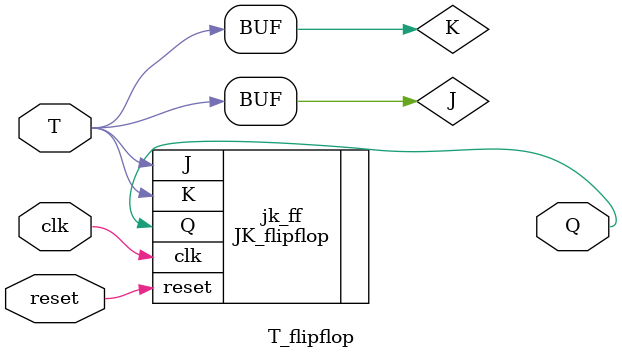
<source format=v>
`timescale 1ns / 1ps


module T_flipflop (
    input T, clk, reset,
    output Q
);
    wire J = T;
    wire K = T;
    
    JK_flipflop jk_ff (.J(J), .K(K), .clk(clk), .reset(reset), .Q(Q));
endmodule

</source>
